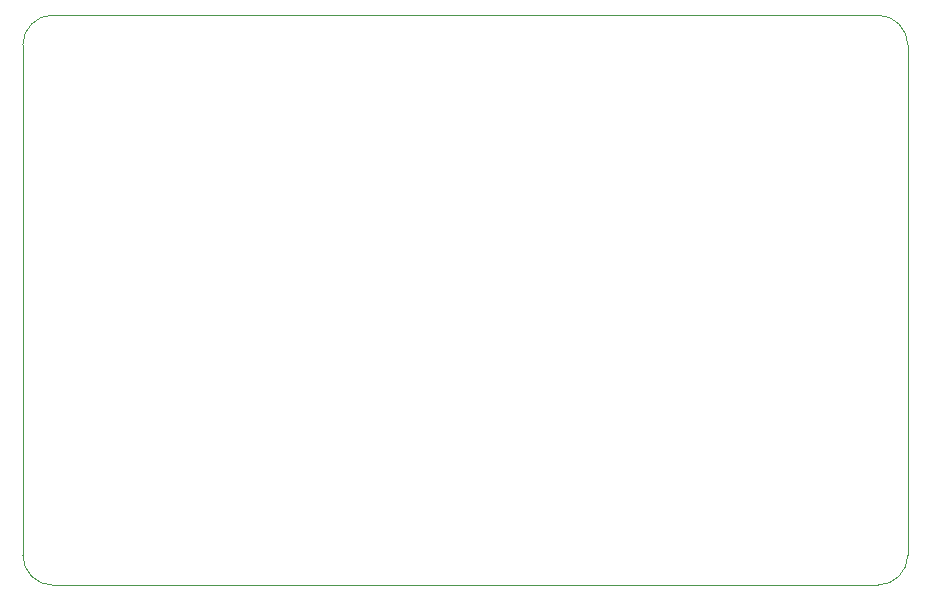
<source format=gbr>
%TF.GenerationSoftware,KiCad,Pcbnew,7.0.8*%
%TF.CreationDate,2023-10-25T20:50:05+02:00*%
%TF.ProjectId,SCART_syncSplitter,53434152-545f-4737-996e-6353706c6974,rev?*%
%TF.SameCoordinates,Original*%
%TF.FileFunction,Profile,NP*%
%FSLAX46Y46*%
G04 Gerber Fmt 4.6, Leading zero omitted, Abs format (unit mm)*
G04 Created by KiCad (PCBNEW 7.0.8) date 2023-10-25 20:50:05*
%MOMM*%
%LPD*%
G01*
G04 APERTURE LIST*
%TA.AperFunction,Profile*%
%ADD10C,0.100000*%
%TD*%
G04 APERTURE END LIST*
D10*
X124460000Y-21590000D02*
G75*
G03*
X121920000Y-19050000I-2540000J0D01*
G01*
X121920000Y-67310000D02*
G75*
G03*
X124460000Y-64770000I0J2540000D01*
G01*
X52070000Y-67310000D02*
X121920000Y-67310000D01*
X49530000Y-64770000D02*
G75*
G03*
X52070000Y-67310000I2540000J0D01*
G01*
X121920000Y-19050000D02*
X52070000Y-19050000D01*
X124460000Y-64770000D02*
X124460000Y-21590000D01*
X49530000Y-21590000D02*
X49530000Y-64770000D01*
X52070000Y-19050000D02*
G75*
G03*
X49530000Y-21590000I0J-2540000D01*
G01*
M02*

</source>
